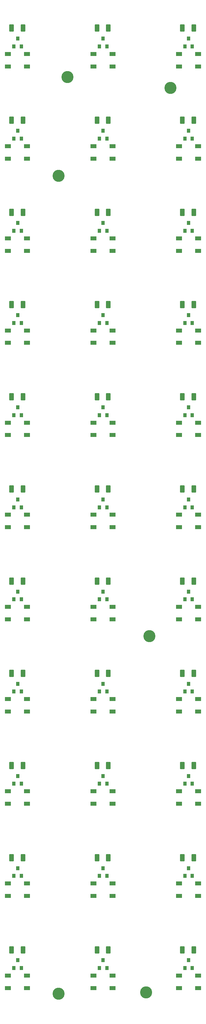
<source format=gbr>
%TF.GenerationSoftware,KiCad,Pcbnew,(6.0.7-1)-1*%
%TF.CreationDate,2023-12-02T14:15:27+01:00*%
%TF.ProjectId,11x3,31317833-2e6b-4696-9361-645f70636258,rev?*%
%TF.SameCoordinates,Original*%
%TF.FileFunction,Soldermask,Top*%
%TF.FilePolarity,Negative*%
%FSLAX46Y46*%
G04 Gerber Fmt 4.6, Leading zero omitted, Abs format (unit mm)*
G04 Created by KiCad (PCBNEW (6.0.7-1)-1) date 2023-12-02 14:15:27*
%MOMM*%
%LPD*%
G01*
G04 APERTURE LIST*
G04 Aperture macros list*
%AMRoundRect*
0 Rectangle with rounded corners*
0 $1 Rounding radius*
0 $2 $3 $4 $5 $6 $7 $8 $9 X,Y pos of 4 corners*
0 Add a 4 corners polygon primitive as box body*
4,1,4,$2,$3,$4,$5,$6,$7,$8,$9,$2,$3,0*
0 Add four circle primitives for the rounded corners*
1,1,$1+$1,$2,$3*
1,1,$1+$1,$4,$5*
1,1,$1+$1,$6,$7*
1,1,$1+$1,$8,$9*
0 Add four rect primitives between the rounded corners*
20,1,$1+$1,$2,$3,$4,$5,0*
20,1,$1+$1,$4,$5,$6,$7,0*
20,1,$1+$1,$6,$7,$8,$9,0*
20,1,$1+$1,$8,$9,$2,$3,0*%
G04 Aperture macros list end*
%ADD10RoundRect,0.050000X0.750000X0.500000X-0.750000X0.500000X-0.750000X-0.500000X0.750000X-0.500000X0*%
%ADD11RoundRect,0.050000X-0.750000X-0.500000X0.750000X-0.500000X0.750000X0.500000X-0.750000X0.500000X0*%
%ADD12RoundRect,0.050000X0.400000X-0.450000X0.400000X0.450000X-0.400000X0.450000X-0.400000X-0.450000X0*%
%ADD13RoundRect,0.300000X0.325000X0.650000X-0.325000X0.650000X-0.325000X-0.650000X0.325000X-0.650000X0*%
%ADD14RoundRect,0.300000X-0.325000X-0.650000X0.325000X-0.650000X0.325000X0.650000X-0.325000X0.650000X0*%
%ADD15C,3.100000*%
G04 APERTURE END LIST*
D10*
%TO.C,D1*%
X57066201Y-39306401D03*
X57066201Y-42506401D03*
X61966201Y-42506401D03*
X61966201Y-39306401D03*
%TD*%
%TO.C,D2*%
X79066201Y-39306401D03*
X79066201Y-42506401D03*
X83966201Y-42506401D03*
X83966201Y-39306401D03*
%TD*%
%TO.C,D3*%
X101066201Y-39306401D03*
X101066201Y-42506401D03*
X105966201Y-42506401D03*
X105966201Y-39306401D03*
%TD*%
D11*
%TO.C,D4*%
X61966201Y-66206401D03*
X61966201Y-63006401D03*
X57066201Y-63006401D03*
X57066201Y-66206401D03*
%TD*%
%TO.C,D5*%
X83966201Y-66206401D03*
X83966201Y-63006401D03*
X79066201Y-63006401D03*
X79066201Y-66206401D03*
%TD*%
%TO.C,D6*%
X105966201Y-66206401D03*
X105966201Y-63006401D03*
X101066201Y-63006401D03*
X101066201Y-66206401D03*
%TD*%
D10*
%TO.C,D7*%
X57066201Y-86706401D03*
X57066201Y-89906401D03*
X61966201Y-89906401D03*
X61966201Y-86706401D03*
%TD*%
%TO.C,D8*%
X79066201Y-86706401D03*
X79066201Y-89906401D03*
X83966201Y-89906401D03*
X83966201Y-86706401D03*
%TD*%
%TO.C,D9*%
X101066201Y-86706401D03*
X101066201Y-89906401D03*
X105966201Y-89906401D03*
X105966201Y-86706401D03*
%TD*%
D11*
%TO.C,D10*%
X61966201Y-113606401D03*
X61966201Y-110406401D03*
X57066201Y-110406401D03*
X57066201Y-113606401D03*
%TD*%
%TO.C,D11*%
X83966201Y-113606401D03*
X83966201Y-110406401D03*
X79066201Y-110406401D03*
X79066201Y-113606401D03*
%TD*%
%TO.C,D12*%
X105966201Y-113606401D03*
X105966201Y-110406401D03*
X101066201Y-110406401D03*
X101066201Y-113606401D03*
%TD*%
D10*
%TO.C,D13*%
X57066201Y-134106401D03*
X57066201Y-137306401D03*
X61966201Y-137306401D03*
X61966201Y-134106401D03*
%TD*%
%TO.C,D14*%
X79066201Y-134106401D03*
X79066201Y-137306401D03*
X83966201Y-137306401D03*
X83966201Y-134106401D03*
%TD*%
%TO.C,D15*%
X101066201Y-134106401D03*
X101066201Y-137306401D03*
X105966201Y-137306401D03*
X105966201Y-134106401D03*
%TD*%
D11*
%TO.C,D16*%
X61966201Y-161006401D03*
X61966201Y-157806401D03*
X57066201Y-157806401D03*
X57066201Y-161006401D03*
%TD*%
%TO.C,D17*%
X83966201Y-161006401D03*
X83966201Y-157806401D03*
X79066201Y-157806401D03*
X79066201Y-161006401D03*
%TD*%
%TO.C,D18*%
X105966201Y-161006401D03*
X105966201Y-157806401D03*
X101066201Y-157806401D03*
X101066201Y-161006401D03*
%TD*%
D10*
%TO.C,D19*%
X57066201Y-181506401D03*
X57066201Y-184706401D03*
X61966201Y-184706401D03*
X61966201Y-181506401D03*
%TD*%
%TO.C,D20*%
X79066201Y-181506401D03*
X79066201Y-184706401D03*
X83966201Y-184706401D03*
X83966201Y-181506401D03*
%TD*%
%TO.C,D21*%
X101066201Y-181506401D03*
X101066201Y-184706401D03*
X105966201Y-184706401D03*
X105966201Y-181506401D03*
%TD*%
D11*
%TO.C,D22*%
X61966201Y-208406401D03*
X61966201Y-205206401D03*
X57066201Y-205206401D03*
X57066201Y-208406401D03*
%TD*%
%TO.C,D23*%
X83966201Y-208406401D03*
X83966201Y-205206401D03*
X79066201Y-205206401D03*
X79066201Y-208406401D03*
%TD*%
%TO.C,D24*%
X105966201Y-208406401D03*
X105966201Y-205206401D03*
X101066201Y-205206401D03*
X101066201Y-208406401D03*
%TD*%
D12*
%TO.C,U1*%
X58590000Y-37360000D03*
X60490000Y-37360000D03*
X59540000Y-35360000D03*
%TD*%
%TO.C,U2*%
X80590000Y-37360000D03*
X82490000Y-37360000D03*
X81540000Y-35360000D03*
%TD*%
%TO.C,U3*%
X102590000Y-37360000D03*
X104490000Y-37360000D03*
X103540000Y-35360000D03*
%TD*%
%TO.C,U4*%
X58590000Y-61060000D03*
X60490000Y-61060000D03*
X59540000Y-59060000D03*
%TD*%
%TO.C,U5*%
X80590000Y-61060000D03*
X82490000Y-61060000D03*
X81540000Y-59060000D03*
%TD*%
%TO.C,U6*%
X102590000Y-61060000D03*
X104490000Y-61060000D03*
X103540000Y-59060000D03*
%TD*%
%TO.C,U7*%
X58590000Y-84760000D03*
X60490000Y-84760000D03*
X59540000Y-82760000D03*
%TD*%
%TO.C,U8*%
X80590000Y-84760000D03*
X82490000Y-84760000D03*
X81540000Y-82760000D03*
%TD*%
%TO.C,U9*%
X102590000Y-84760000D03*
X104490000Y-84760000D03*
X103540000Y-82760000D03*
%TD*%
%TO.C,U10*%
X58590000Y-108460000D03*
X60490000Y-108460000D03*
X59540000Y-106460000D03*
%TD*%
%TO.C,U11*%
X80590000Y-108460000D03*
X82490000Y-108460000D03*
X81540000Y-106460000D03*
%TD*%
%TO.C,U12*%
X102590000Y-108460000D03*
X104490000Y-108460000D03*
X103540000Y-106460000D03*
%TD*%
%TO.C,U13*%
X58590000Y-132160000D03*
X60490000Y-132160000D03*
X59540000Y-130160000D03*
%TD*%
%TO.C,U14*%
X80590000Y-132160000D03*
X82490000Y-132160000D03*
X81540000Y-130160000D03*
%TD*%
%TO.C,U15*%
X102590000Y-132160000D03*
X104490000Y-132160000D03*
X103540000Y-130160000D03*
%TD*%
%TO.C,U16*%
X58590000Y-155860000D03*
X60490000Y-155860000D03*
X59540000Y-153860000D03*
%TD*%
%TO.C,U17*%
X80590000Y-155860000D03*
X82490000Y-155860000D03*
X81540000Y-153860000D03*
%TD*%
%TO.C,U18*%
X102590000Y-155860000D03*
X104490000Y-155860000D03*
X103540000Y-153860000D03*
%TD*%
%TO.C,U19*%
X58590000Y-179560000D03*
X60490000Y-179560000D03*
X59540000Y-177560000D03*
%TD*%
%TO.C,U20*%
X80590000Y-179560000D03*
X82490000Y-179560000D03*
X81540000Y-177560000D03*
%TD*%
%TO.C,U21*%
X102590000Y-179560000D03*
X104490000Y-179560000D03*
X103540000Y-177560000D03*
%TD*%
%TO.C,U22*%
X58590000Y-203260000D03*
X60490000Y-203260000D03*
X59540000Y-201260000D03*
%TD*%
%TO.C,U23*%
X80590000Y-203260000D03*
X82490000Y-203260000D03*
X81540000Y-201260000D03*
%TD*%
%TO.C,U24*%
X102590000Y-203260000D03*
X104490000Y-203260000D03*
X103540000Y-201260000D03*
%TD*%
%TO.C,U29*%
X80590000Y-250660000D03*
X82490000Y-250660000D03*
X81540000Y-248660000D03*
%TD*%
D13*
%TO.C,C1*%
X60891800Y-32660000D03*
X57941800Y-32660000D03*
%TD*%
D14*
%TO.C,C26*%
X79941800Y-222260000D03*
X82891800Y-222260000D03*
%TD*%
D13*
%TO.C,C14*%
X82891800Y-127460000D03*
X79941800Y-127460000D03*
%TD*%
D10*
%TO.C,D27*%
X101066201Y-228906401D03*
X101066201Y-232106401D03*
X105966201Y-232106401D03*
X105966201Y-228906401D03*
%TD*%
%TO.C,D31*%
X57066201Y-276306401D03*
X57066201Y-279506401D03*
X61966201Y-279506401D03*
X61966201Y-276306401D03*
%TD*%
D13*
%TO.C,C8*%
X82891800Y-80060000D03*
X79941800Y-80060000D03*
%TD*%
D11*
%TO.C,D29*%
X83966201Y-255806401D03*
X83966201Y-252606401D03*
X79066201Y-252606401D03*
X79066201Y-255806401D03*
%TD*%
D13*
%TO.C,C9*%
X104891800Y-80060000D03*
X101941800Y-80060000D03*
%TD*%
%TO.C,C19*%
X60891800Y-174860000D03*
X57941800Y-174860000D03*
%TD*%
%TO.C,C7*%
X60891800Y-80060000D03*
X57941800Y-80060000D03*
%TD*%
D14*
%TO.C,C4*%
X57941800Y-56360000D03*
X60891800Y-56360000D03*
%TD*%
D12*
%TO.C,U28*%
X58590000Y-250660000D03*
X60490000Y-250660000D03*
X59540000Y-248660000D03*
%TD*%
%TO.C,U26*%
X80590000Y-226960000D03*
X82490000Y-226960000D03*
X81540000Y-224960000D03*
%TD*%
D14*
%TO.C,C25*%
X57941800Y-222260000D03*
X60891800Y-222260000D03*
%TD*%
D12*
%TO.C,U32*%
X80590000Y-274360000D03*
X82490000Y-274360000D03*
X81540000Y-272360000D03*
%TD*%
D14*
%TO.C,C23*%
X79941800Y-198560000D03*
X82891800Y-198560000D03*
%TD*%
D13*
%TO.C,C13*%
X60891800Y-127460000D03*
X57941800Y-127460000D03*
%TD*%
D10*
%TO.C,D26*%
X79066201Y-228906401D03*
X79066201Y-232106401D03*
X83966201Y-232106401D03*
X83966201Y-228906401D03*
%TD*%
D12*
%TO.C,U30*%
X102590000Y-250660000D03*
X104490000Y-250660000D03*
X103540000Y-248660000D03*
%TD*%
D14*
%TO.C,C30*%
X101941800Y-245960000D03*
X104891800Y-245960000D03*
%TD*%
D13*
%TO.C,C32*%
X82891800Y-269660000D03*
X79941800Y-269660000D03*
%TD*%
D15*
%TO.C,M6*%
X92630000Y-280650000D03*
%TD*%
%TO.C,M5*%
X70104000Y-280924000D03*
%TD*%
D11*
%TO.C,D30*%
X105966201Y-255806401D03*
X105966201Y-252606401D03*
X101066201Y-252606401D03*
X101066201Y-255806401D03*
%TD*%
D14*
%TO.C,C27*%
X101941800Y-222260000D03*
X104891800Y-222260000D03*
%TD*%
%TO.C,C22*%
X57941800Y-198560000D03*
X60891800Y-198560000D03*
%TD*%
D11*
%TO.C,D28*%
X61966201Y-255806401D03*
X61966201Y-252606401D03*
X57066201Y-252606401D03*
X57066201Y-255806401D03*
%TD*%
D10*
%TO.C,D25*%
X57066201Y-228906401D03*
X57066201Y-232106401D03*
X61966201Y-232106401D03*
X61966201Y-228906401D03*
%TD*%
D12*
%TO.C,U33*%
X102590000Y-274360000D03*
X104490000Y-274360000D03*
X103540000Y-272360000D03*
%TD*%
D14*
%TO.C,C12*%
X101941800Y-103760000D03*
X104891800Y-103760000D03*
%TD*%
%TO.C,C11*%
X79941800Y-103760000D03*
X82891800Y-103760000D03*
%TD*%
D13*
%TO.C,C33*%
X104891800Y-269660000D03*
X101941800Y-269660000D03*
%TD*%
D12*
%TO.C,U25*%
X58590000Y-226960000D03*
X60490000Y-226960000D03*
X59540000Y-224960000D03*
%TD*%
D15*
%TO.C,M6*%
X93472000Y-188976000D03*
%TD*%
D14*
%TO.C,C17*%
X79941800Y-151160000D03*
X82891800Y-151160000D03*
%TD*%
D13*
%TO.C,C15*%
X104891800Y-127460000D03*
X101941800Y-127460000D03*
%TD*%
D14*
%TO.C,C10*%
X57941800Y-103760000D03*
X60891800Y-103760000D03*
%TD*%
%TO.C,C5*%
X79941800Y-56360000D03*
X82891800Y-56360000D03*
%TD*%
%TO.C,C24*%
X101941800Y-198560000D03*
X104891800Y-198560000D03*
%TD*%
D13*
%TO.C,C3*%
X104891800Y-32660000D03*
X101941800Y-32660000D03*
%TD*%
D14*
%TO.C,C6*%
X101941800Y-56360000D03*
X104891800Y-56360000D03*
%TD*%
D12*
%TO.C,U27*%
X102590000Y-226960000D03*
X104490000Y-226960000D03*
X103540000Y-224960000D03*
%TD*%
D13*
%TO.C,C2*%
X82891800Y-32660000D03*
X79941800Y-32660000D03*
%TD*%
D14*
%TO.C,C18*%
X101941800Y-151160000D03*
X104891800Y-151160000D03*
%TD*%
D13*
%TO.C,C21*%
X104891800Y-174860000D03*
X101941800Y-174860000D03*
%TD*%
D14*
%TO.C,C29*%
X79941800Y-245960000D03*
X82891800Y-245960000D03*
%TD*%
D15*
%TO.C,M1*%
X72390000Y-45212000D03*
%TD*%
D10*
%TO.C,D33*%
X101066201Y-276306401D03*
X101066201Y-279506401D03*
X105966201Y-279506401D03*
X105966201Y-276306401D03*
%TD*%
D14*
%TO.C,C28*%
X57941800Y-245960000D03*
X60891800Y-245960000D03*
%TD*%
%TO.C,C16*%
X57941800Y-151160000D03*
X60891800Y-151160000D03*
%TD*%
D13*
%TO.C,C31*%
X60891800Y-269660000D03*
X57941800Y-269660000D03*
%TD*%
D10*
%TO.C,D32*%
X79066201Y-276306401D03*
X79066201Y-279506401D03*
X83966201Y-279506401D03*
X83966201Y-276306401D03*
%TD*%
D15*
%TO.C,M2*%
X98900000Y-48060000D03*
%TD*%
%TO.C,M6*%
X70104000Y-70612000D03*
%TD*%
D13*
%TO.C,C20*%
X82891800Y-174860000D03*
X79941800Y-174860000D03*
%TD*%
D12*
%TO.C,U31*%
X58590000Y-274360000D03*
X60490000Y-274360000D03*
X59540000Y-272360000D03*
%TD*%
M02*

</source>
